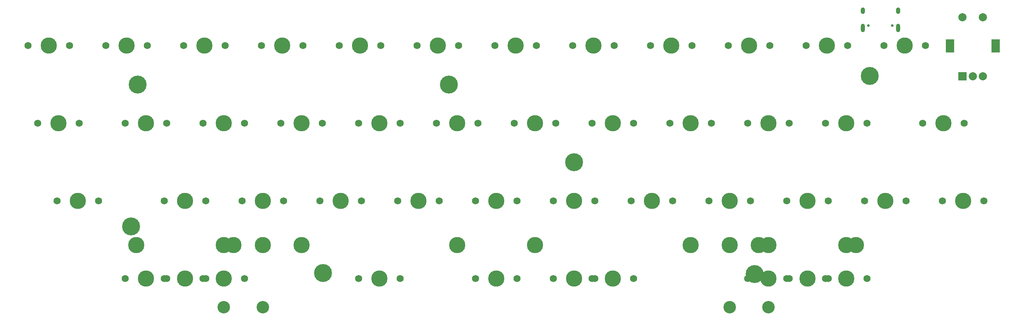
<source format=gbr>
G04 #@! TF.GenerationSoftware,KiCad,Pcbnew,8.0.8*
G04 #@! TF.CreationDate,2025-05-03T21:43:54+02:00*
G04 #@! TF.ProjectId,PowerVan JST revision,506f7765-7256-4616-9e20-4a5354207265,rev?*
G04 #@! TF.SameCoordinates,Original*
G04 #@! TF.FileFunction,Soldermask,Top*
G04 #@! TF.FilePolarity,Negative*
%FSLAX46Y46*%
G04 Gerber Fmt 4.6, Leading zero omitted, Abs format (unit mm)*
G04 Created by KiCad (PCBNEW 8.0.8) date 2025-05-03 21:43:54*
%MOMM*%
%LPD*%
G01*
G04 APERTURE LIST*
%ADD10C,1.750000*%
%ADD11C,3.987800*%
%ADD12R,2.000000X2.000000*%
%ADD13C,2.000000*%
%ADD14R,2.000000X3.200000*%
%ADD15C,4.400000*%
%ADD16C,3.048000*%
%ADD17C,0.650000*%
%ADD18O,1.000000X1.600000*%
%ADD19O,1.000000X2.100000*%
G04 APERTURE END LIST*
D10*
X372745500Y-226219000D03*
D11*
X377825500Y-226219000D03*
D10*
X382905500Y-226219000D03*
X306070500Y-226219000D03*
D11*
X311150500Y-226219000D03*
D10*
X316230500Y-226219000D03*
X210820500Y-207169000D03*
D11*
X215900500Y-207169000D03*
D10*
X220980500Y-207169000D03*
X401320500Y-207169000D03*
D11*
X406400500Y-207169000D03*
D10*
X411480500Y-207169000D03*
X306070500Y-207169000D03*
D11*
X311150500Y-207169000D03*
D10*
X316230500Y-207169000D03*
X248920500Y-207169000D03*
D11*
X254000500Y-207169000D03*
D10*
X259080500Y-207169000D03*
X382270500Y-207169000D03*
D11*
X387350500Y-207169000D03*
D10*
X392430500Y-207169000D03*
X344170500Y-207169000D03*
D11*
X349250500Y-207169000D03*
D10*
X354330500Y-207169000D03*
X229870500Y-207169000D03*
D11*
X234950500Y-207169000D03*
D10*
X240030500Y-207169000D03*
X258445500Y-226219000D03*
D11*
X263525500Y-226219000D03*
D10*
X268605500Y-226219000D03*
X363220500Y-207169000D03*
D11*
X368300500Y-207169000D03*
D10*
X373380500Y-207169000D03*
D12*
X406286200Y-176612800D03*
D13*
X411286200Y-176612800D03*
X408786200Y-176612800D03*
D14*
X403186200Y-169112800D03*
X414386200Y-169112800D03*
D13*
X411286200Y-162112800D03*
X406286200Y-162112800D03*
D10*
X363220500Y-226219000D03*
D11*
X368300500Y-226219000D03*
D10*
X373380500Y-226219000D03*
X353695500Y-226219000D03*
D11*
X358775500Y-226219000D03*
D10*
X363855500Y-226219000D03*
X201295500Y-226219000D03*
D11*
X206375500Y-226219000D03*
D10*
X211455500Y-226219000D03*
X220345500Y-226219000D03*
D11*
X225425500Y-226219000D03*
D10*
X230505500Y-226219000D03*
X325120500Y-207169000D03*
D11*
X330200500Y-207169000D03*
D10*
X335280500Y-207169000D03*
X267970500Y-207169000D03*
D11*
X273050500Y-207169000D03*
D10*
X278130500Y-207169000D03*
X177483000Y-169069000D03*
D11*
X182563000Y-169069000D03*
D10*
X187643000Y-169069000D03*
X372745500Y-188119000D03*
D11*
X377825500Y-188119000D03*
D10*
X382905500Y-188119000D03*
X220345500Y-188119000D03*
D11*
X225425500Y-188119000D03*
D10*
X230505500Y-188119000D03*
X201295500Y-188119000D03*
D11*
X206375500Y-188119000D03*
D10*
X211455500Y-188119000D03*
X179864250Y-188119000D03*
D11*
X184944250Y-188119000D03*
D10*
X190024250Y-188119000D03*
X348933000Y-169069000D03*
D11*
X354013000Y-169069000D03*
D10*
X359093000Y-169069000D03*
X310833000Y-169069000D03*
D11*
X315913000Y-169069000D03*
D10*
X320993000Y-169069000D03*
X234633000Y-169069000D03*
D11*
X239713000Y-169069000D03*
D10*
X244793000Y-169069000D03*
X272733000Y-169069000D03*
D11*
X277813000Y-169069000D03*
D10*
X282893000Y-169069000D03*
X397193000Y-169069000D03*
D11*
X392113000Y-169069000D03*
D10*
X387033000Y-169069000D03*
X367983000Y-169069000D03*
D11*
X373063000Y-169069000D03*
D10*
X378143000Y-169069000D03*
X215583000Y-169069000D03*
D11*
X220663000Y-169069000D03*
D10*
X225743000Y-169069000D03*
X258445500Y-188119000D03*
D11*
X263525500Y-188119000D03*
D10*
X268605500Y-188119000D03*
X329883000Y-169069000D03*
D11*
X334963000Y-169069000D03*
D10*
X340043000Y-169069000D03*
X396558000Y-188119000D03*
D11*
X401638000Y-188119000D03*
D10*
X406718000Y-188119000D03*
X315595500Y-188119000D03*
D11*
X320675500Y-188119000D03*
D10*
X325755500Y-188119000D03*
X277495500Y-188119000D03*
D11*
X282575500Y-188119000D03*
D10*
X287655500Y-188119000D03*
X196533000Y-169069000D03*
D11*
X201613000Y-169069000D03*
D10*
X206693000Y-169069000D03*
X291783000Y-169069000D03*
D11*
X296863000Y-169069000D03*
D10*
X301943000Y-169069000D03*
X239395500Y-188119000D03*
D11*
X244475500Y-188119000D03*
D10*
X249555500Y-188119000D03*
X334645500Y-188119000D03*
D11*
X339725500Y-188119000D03*
D10*
X344805500Y-188119000D03*
X296545500Y-188119000D03*
D11*
X301625500Y-188119000D03*
D10*
X306705500Y-188119000D03*
X253683000Y-169069000D03*
D11*
X258763000Y-169069000D03*
D10*
X263843000Y-169069000D03*
X184626750Y-207169000D03*
D11*
X189706750Y-207169000D03*
D10*
X194786750Y-207169000D03*
D15*
X202762500Y-213367750D03*
X249712500Y-224817750D03*
X280562500Y-178594000D03*
X311212500Y-197644000D03*
X383612500Y-176467750D03*
X204362500Y-178593750D03*
D10*
X353684400Y-188117800D03*
D11*
X358764400Y-188117800D03*
D10*
X363844400Y-188117800D03*
X287020500Y-207169000D03*
D11*
X292100500Y-207169000D03*
D10*
X297180500Y-207169000D03*
D15*
X355369250Y-225103000D03*
D11*
X227806750Y-217964000D03*
X203994250Y-217964000D03*
X282575500Y-217964000D03*
X244475500Y-217964000D03*
X339725500Y-217964000D03*
X301625500Y-217964000D03*
X377825500Y-217964000D03*
X244475500Y-217964000D03*
D10*
X210820500Y-226219000D03*
D11*
X215900500Y-226219000D03*
D10*
X220980500Y-226219000D03*
D11*
X339725500Y-217964000D03*
X244475500Y-217964000D03*
X380206750Y-217964000D03*
X356394250Y-217964000D03*
D10*
X315595500Y-226219000D03*
D11*
X320675500Y-226219000D03*
D10*
X325755500Y-226219000D03*
X287020500Y-226219000D03*
D11*
X292100500Y-226219000D03*
D10*
X297180500Y-226219000D03*
D16*
X358775500Y-233204000D03*
D11*
X358775500Y-217964000D03*
D16*
X349250500Y-233204000D03*
D11*
X349250500Y-217964000D03*
D16*
X234950500Y-233204000D03*
D11*
X234950500Y-217964000D03*
D16*
X225425500Y-233204000D03*
D11*
X225425500Y-217964000D03*
D17*
X383269500Y-164155250D03*
X389049500Y-164155250D03*
D18*
X381839500Y-160505250D03*
D19*
X381839500Y-164685250D03*
D18*
X390479500Y-160505250D03*
D19*
X390479500Y-164685250D03*
M02*

</source>
